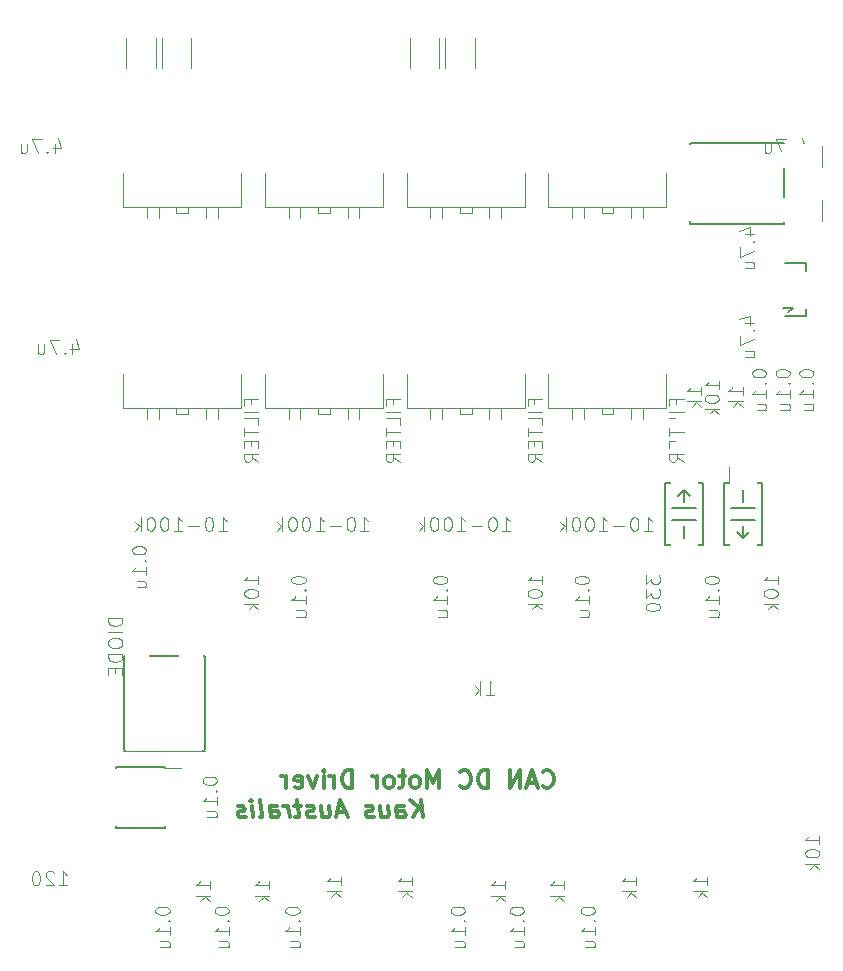
<source format=gbr>
G04 #@! TF.FileFunction,Legend,Bot*
%FSLAX46Y46*%
G04 Gerber Fmt 4.6, Leading zero omitted, Abs format (unit mm)*
G04 Created by KiCad (PCBNEW 4.0.6) date 05/01/17 21:21:32*
%MOMM*%
%LPD*%
G01*
G04 APERTURE LIST*
%ADD10C,0.100000*%
%ADD11C,0.300000*%
%ADD12C,0.150000*%
%ADD13C,0.200000*%
%ADD14C,0.101600*%
%ADD15C,1.700000*%
%ADD16R,1.700000X1.700000*%
%ADD17O,1.900000X2.900000*%
%ADD18C,3.400000*%
%ADD19O,2.900000X1.900000*%
%ADD20C,2.100000*%
%ADD21R,2.100000X2.100000*%
%ADD22R,1.950000X1.000000*%
%ADD23R,1.400000X1.200000*%
%ADD24R,3.448000X2.051000*%
%ADD25R,6.496000X6.496000*%
%ADD26R,2.432000X2.432000*%
%ADD27O,2.432000X2.432000*%
%ADD28R,2.000000X2.200000*%
%ADD29R,1.200000X1.400000*%
%ADD30O,1.400000X1.924000*%
%ADD31C,1.924000*%
%ADD32R,3.400000X6.900000*%
%ADD33R,6.851600X3.400000*%
%ADD34R,2.051000X3.448000*%
%ADD35R,1.901140X1.400760*%
%ADD36R,3.399740X2.398980*%
%ADD37R,3.400000X2.400000*%
%ADD38R,2.900000X6.900000*%
%ADD39R,2.400000X5.900000*%
%ADD40R,5.900000X2.400000*%
%ADD41R,2.200000X3.700000*%
%ADD42R,3.400000X3.900000*%
%ADD43R,10.400000X8.400000*%
%ADD44R,1.050000X2.100000*%
%ADD45C,0.026000*%
%ADD46C,0.254000*%
G04 APERTURE END LIST*
D10*
D11*
X38370535Y-68678571D02*
X38183035Y-67178571D01*
X37513392Y-68678571D02*
X38049107Y-67821429D01*
X37325892Y-67178571D02*
X38290178Y-68035714D01*
X36227678Y-68678571D02*
X36129464Y-67892857D01*
X36183036Y-67750000D01*
X36316964Y-67678571D01*
X36602678Y-67678571D01*
X36754464Y-67750000D01*
X36218750Y-68607143D02*
X36370535Y-68678571D01*
X36727678Y-68678571D01*
X36861607Y-68607143D01*
X36915179Y-68464286D01*
X36897322Y-68321429D01*
X36808035Y-68178571D01*
X36656250Y-68107143D01*
X36299107Y-68107143D01*
X36147321Y-68035714D01*
X34745535Y-67678571D02*
X34870535Y-68678571D01*
X35388392Y-67678571D02*
X35486607Y-68464286D01*
X35433036Y-68607143D01*
X35299106Y-68678571D01*
X35084821Y-68678571D01*
X34933036Y-68607143D01*
X34852678Y-68535714D01*
X34218750Y-68607143D02*
X34084821Y-68678571D01*
X33799106Y-68678571D01*
X33647321Y-68607143D01*
X33558036Y-68464286D01*
X33549107Y-68392857D01*
X33602678Y-68250000D01*
X33736606Y-68178571D01*
X33950892Y-68178571D01*
X34084821Y-68107143D01*
X34138393Y-67964286D01*
X34129464Y-67892857D01*
X34040178Y-67750000D01*
X33888392Y-67678571D01*
X33674106Y-67678571D01*
X33540178Y-67750000D01*
X31816964Y-68250000D02*
X31102678Y-68250000D01*
X32013392Y-68678571D02*
X31325892Y-67178571D01*
X31013392Y-68678571D01*
X29745535Y-67678571D02*
X29870535Y-68678571D01*
X30388392Y-67678571D02*
X30486607Y-68464286D01*
X30433036Y-68607143D01*
X30299106Y-68678571D01*
X30084821Y-68678571D01*
X29933036Y-68607143D01*
X29852678Y-68535714D01*
X29218750Y-68607143D02*
X29084821Y-68678571D01*
X28799106Y-68678571D01*
X28647321Y-68607143D01*
X28558036Y-68464286D01*
X28549107Y-68392857D01*
X28602678Y-68250000D01*
X28736606Y-68178571D01*
X28950892Y-68178571D01*
X29084821Y-68107143D01*
X29138393Y-67964286D01*
X29129464Y-67892857D01*
X29040178Y-67750000D01*
X28888392Y-67678571D01*
X28674106Y-67678571D01*
X28540178Y-67750000D01*
X28031249Y-67678571D02*
X27459820Y-67678571D01*
X27754463Y-67178571D02*
X27915178Y-68464286D01*
X27861607Y-68607143D01*
X27727677Y-68678571D01*
X27584820Y-68678571D01*
X27084820Y-68678571D02*
X26959820Y-67678571D01*
X26995535Y-67964286D02*
X26906250Y-67821429D01*
X26825892Y-67750000D01*
X26674106Y-67678571D01*
X26531249Y-67678571D01*
X25513392Y-68678571D02*
X25415178Y-67892857D01*
X25468750Y-67750000D01*
X25602678Y-67678571D01*
X25888392Y-67678571D01*
X26040178Y-67750000D01*
X25504464Y-68607143D02*
X25656249Y-68678571D01*
X26013392Y-68678571D01*
X26147321Y-68607143D01*
X26200893Y-68464286D01*
X26183036Y-68321429D01*
X26093749Y-68178571D01*
X25941964Y-68107143D01*
X25584821Y-68107143D01*
X25433035Y-68035714D01*
X24584820Y-68678571D02*
X24718750Y-68607143D01*
X24772321Y-68464286D01*
X24611606Y-67178571D01*
X24013392Y-68678571D02*
X23888392Y-67678571D01*
X23825892Y-67178571D02*
X23906250Y-67250000D01*
X23843750Y-67321429D01*
X23763393Y-67250000D01*
X23825892Y-67178571D01*
X23843750Y-67321429D01*
X23361607Y-68607143D02*
X23227678Y-68678571D01*
X22941963Y-68678571D01*
X22790178Y-68607143D01*
X22700893Y-68464286D01*
X22691964Y-68392857D01*
X22745535Y-68250000D01*
X22879463Y-68178571D01*
X23093749Y-68178571D01*
X23227678Y-68107143D01*
X23281250Y-67964286D01*
X23272321Y-67892857D01*
X23183035Y-67750000D01*
X23031249Y-67678571D01*
X22816963Y-67678571D01*
X22683035Y-67750000D01*
X48535713Y-66035714D02*
X48607142Y-66107143D01*
X48821428Y-66178571D01*
X48964285Y-66178571D01*
X49178570Y-66107143D01*
X49321428Y-65964286D01*
X49392856Y-65821429D01*
X49464285Y-65535714D01*
X49464285Y-65321429D01*
X49392856Y-65035714D01*
X49321428Y-64892857D01*
X49178570Y-64750000D01*
X48964285Y-64678571D01*
X48821428Y-64678571D01*
X48607142Y-64750000D01*
X48535713Y-64821429D01*
X47964285Y-65750000D02*
X47249999Y-65750000D01*
X48107142Y-66178571D02*
X47607142Y-64678571D01*
X47107142Y-66178571D01*
X46607142Y-66178571D02*
X46607142Y-64678571D01*
X45749999Y-66178571D01*
X45749999Y-64678571D01*
X43892856Y-66178571D02*
X43892856Y-64678571D01*
X43535713Y-64678571D01*
X43321428Y-64750000D01*
X43178570Y-64892857D01*
X43107142Y-65035714D01*
X43035713Y-65321429D01*
X43035713Y-65535714D01*
X43107142Y-65821429D01*
X43178570Y-65964286D01*
X43321428Y-66107143D01*
X43535713Y-66178571D01*
X43892856Y-66178571D01*
X41535713Y-66035714D02*
X41607142Y-66107143D01*
X41821428Y-66178571D01*
X41964285Y-66178571D01*
X42178570Y-66107143D01*
X42321428Y-65964286D01*
X42392856Y-65821429D01*
X42464285Y-65535714D01*
X42464285Y-65321429D01*
X42392856Y-65035714D01*
X42321428Y-64892857D01*
X42178570Y-64750000D01*
X41964285Y-64678571D01*
X41821428Y-64678571D01*
X41607142Y-64750000D01*
X41535713Y-64821429D01*
X39749999Y-66178571D02*
X39749999Y-64678571D01*
X39249999Y-65750000D01*
X38749999Y-64678571D01*
X38749999Y-66178571D01*
X37821427Y-66178571D02*
X37964285Y-66107143D01*
X38035713Y-66035714D01*
X38107142Y-65892857D01*
X38107142Y-65464286D01*
X38035713Y-65321429D01*
X37964285Y-65250000D01*
X37821427Y-65178571D01*
X37607142Y-65178571D01*
X37464285Y-65250000D01*
X37392856Y-65321429D01*
X37321427Y-65464286D01*
X37321427Y-65892857D01*
X37392856Y-66035714D01*
X37464285Y-66107143D01*
X37607142Y-66178571D01*
X37821427Y-66178571D01*
X36892856Y-65178571D02*
X36321427Y-65178571D01*
X36678570Y-64678571D02*
X36678570Y-65964286D01*
X36607142Y-66107143D01*
X36464284Y-66178571D01*
X36321427Y-66178571D01*
X35607141Y-66178571D02*
X35749999Y-66107143D01*
X35821427Y-66035714D01*
X35892856Y-65892857D01*
X35892856Y-65464286D01*
X35821427Y-65321429D01*
X35749999Y-65250000D01*
X35607141Y-65178571D01*
X35392856Y-65178571D01*
X35249999Y-65250000D01*
X35178570Y-65321429D01*
X35107141Y-65464286D01*
X35107141Y-65892857D01*
X35178570Y-66035714D01*
X35249999Y-66107143D01*
X35392856Y-66178571D01*
X35607141Y-66178571D01*
X34464284Y-66178571D02*
X34464284Y-65178571D01*
X34464284Y-65464286D02*
X34392856Y-65321429D01*
X34321427Y-65250000D01*
X34178570Y-65178571D01*
X34035713Y-65178571D01*
X32392856Y-66178571D02*
X32392856Y-64678571D01*
X32035713Y-64678571D01*
X31821428Y-64750000D01*
X31678570Y-64892857D01*
X31607142Y-65035714D01*
X31535713Y-65321429D01*
X31535713Y-65535714D01*
X31607142Y-65821429D01*
X31678570Y-65964286D01*
X31821428Y-66107143D01*
X32035713Y-66178571D01*
X32392856Y-66178571D01*
X30892856Y-66178571D02*
X30892856Y-65178571D01*
X30892856Y-65464286D02*
X30821428Y-65321429D01*
X30749999Y-65250000D01*
X30607142Y-65178571D01*
X30464285Y-65178571D01*
X29964285Y-66178571D02*
X29964285Y-65178571D01*
X29964285Y-64678571D02*
X30035714Y-64750000D01*
X29964285Y-64821429D01*
X29892857Y-64750000D01*
X29964285Y-64678571D01*
X29964285Y-64821429D01*
X29392856Y-65178571D02*
X29035713Y-66178571D01*
X28678571Y-65178571D01*
X27535714Y-66107143D02*
X27678571Y-66178571D01*
X27964285Y-66178571D01*
X28107142Y-66107143D01*
X28178571Y-65964286D01*
X28178571Y-65392857D01*
X28107142Y-65250000D01*
X27964285Y-65178571D01*
X27678571Y-65178571D01*
X27535714Y-65250000D01*
X27464285Y-65392857D01*
X27464285Y-65535714D01*
X28178571Y-65678571D01*
X26821428Y-66178571D02*
X26821428Y-65178571D01*
X26821428Y-65464286D02*
X26750000Y-65321429D01*
X26678571Y-65250000D01*
X26535714Y-65178571D01*
X26392857Y-65178571D01*
D12*
X16575000Y-64425000D02*
X16575000Y-64570000D01*
X12425000Y-64425000D02*
X12425000Y-64570000D01*
X12425000Y-69575000D02*
X12425000Y-69430000D01*
X16575000Y-69575000D02*
X16575000Y-69430000D01*
X16575000Y-64425000D02*
X12425000Y-64425000D01*
X16575000Y-69575000D02*
X12425000Y-69575000D01*
X16575000Y-64570000D02*
X17975000Y-64570000D01*
X68976000Y-16397000D02*
X72151000Y-16397000D01*
X72151000Y-16397000D02*
X72151000Y-18175000D01*
X72151000Y-18175000D02*
X68976000Y-18175000D01*
X68976000Y-11825000D02*
X72151000Y-11825000D01*
X72151000Y-11825000D02*
X72151000Y-13603000D01*
X72151000Y-13603000D02*
X68976000Y-13603000D01*
X62880000Y-18429000D02*
X68976000Y-18429000D01*
X68976000Y-18429000D02*
X68976000Y-11571000D01*
X68976000Y-11571000D02*
X61102000Y-11571000D01*
X60975000Y-11571000D02*
X60975000Y-18429000D01*
X61102000Y-18429000D02*
X62880000Y-18429000D01*
X17897000Y-55024000D02*
X17897000Y-51849000D01*
X17897000Y-51849000D02*
X19675000Y-51849000D01*
X19675000Y-51849000D02*
X19675000Y-55024000D01*
X13325000Y-55024000D02*
X13325000Y-51849000D01*
X13325000Y-51849000D02*
X15103000Y-51849000D01*
X15103000Y-51849000D02*
X15103000Y-55024000D01*
X19929000Y-61120000D02*
X19929000Y-55024000D01*
X19929000Y-55024000D02*
X13071000Y-55024000D01*
X13071000Y-55024000D02*
X13071000Y-62898000D01*
X13071000Y-63025000D02*
X19929000Y-63025000D01*
X19929000Y-62898000D02*
X19929000Y-61120000D01*
X69299340Y-25899920D02*
X69599060Y-25651000D01*
X69599060Y-25651000D02*
X69748920Y-25549400D01*
X69748920Y-25549400D02*
X68900560Y-25549400D01*
X70800480Y-26250440D02*
X68999620Y-26250440D01*
X70800480Y-26250440D02*
X70800480Y-25600200D01*
X70800480Y-21749560D02*
X68999620Y-21749560D01*
X70800480Y-21749560D02*
X70800480Y-22399800D01*
D10*
X39750000Y-6500000D02*
X37250000Y-6500000D01*
X37250000Y-6500000D02*
X37250000Y-1500000D01*
X37250000Y-1500000D02*
X39750000Y-1500000D01*
X39750000Y-1500000D02*
X39750000Y-6500000D01*
X15750000Y-6500000D02*
X13250000Y-6500000D01*
X13250000Y-6500000D02*
X13250000Y-1500000D01*
X13250000Y-1500000D02*
X15750000Y-1500000D01*
X15750000Y-1500000D02*
X15750000Y-6500000D01*
X42750000Y-6500000D02*
X40250000Y-6500000D01*
X40250000Y-6500000D02*
X40250000Y-1500000D01*
X40250000Y-1500000D02*
X42750000Y-1500000D01*
X42750000Y-1500000D02*
X42750000Y-6500000D01*
X18750000Y-6500000D02*
X16250000Y-6500000D01*
X16250000Y-6500000D02*
X16250000Y-1500000D01*
X16250000Y-1500000D02*
X18750000Y-1500000D01*
X18750000Y-1500000D02*
X18750000Y-6500000D01*
X18500000Y-17000000D02*
X18500000Y-17500000D01*
X18500000Y-17500000D02*
X17500000Y-17500000D01*
X17500000Y-17500000D02*
X17500000Y-17000000D01*
X16000000Y-17000000D02*
X16000000Y-21500000D01*
X16000000Y-21500000D02*
X15000000Y-21500000D01*
X15000000Y-21500000D02*
X15000000Y-17000000D01*
X21000000Y-17000000D02*
X21000000Y-21500000D01*
X21000000Y-21500000D02*
X20000000Y-21500000D01*
X20000000Y-21500000D02*
X20000000Y-17000000D01*
X13500000Y-6500000D02*
X22500000Y-6500000D01*
X22500000Y-6500000D02*
X23000000Y-7000000D01*
X13000000Y-7000000D02*
X13500000Y-6500000D01*
X13000000Y-8000000D02*
X13000000Y-7000000D01*
X23000000Y-8000000D02*
X23000000Y-7000000D01*
X23000000Y-8000000D02*
X23000000Y-17000000D01*
X13000000Y-8000000D02*
X23000000Y-8000000D01*
X13000000Y-17000000D02*
X13000000Y-8000000D01*
X13000000Y-17000000D02*
X23000000Y-17000000D01*
X30500000Y-17000000D02*
X30500000Y-17500000D01*
X30500000Y-17500000D02*
X29500000Y-17500000D01*
X29500000Y-17500000D02*
X29500000Y-17000000D01*
X28000000Y-17000000D02*
X28000000Y-21500000D01*
X28000000Y-21500000D02*
X27000000Y-21500000D01*
X27000000Y-21500000D02*
X27000000Y-17000000D01*
X33000000Y-17000000D02*
X33000000Y-21500000D01*
X33000000Y-21500000D02*
X32000000Y-21500000D01*
X32000000Y-21500000D02*
X32000000Y-17000000D01*
X25500000Y-6500000D02*
X34500000Y-6500000D01*
X34500000Y-6500000D02*
X35000000Y-7000000D01*
X25000000Y-7000000D02*
X25500000Y-6500000D01*
X25000000Y-8000000D02*
X25000000Y-7000000D01*
X35000000Y-8000000D02*
X35000000Y-7000000D01*
X35000000Y-8000000D02*
X35000000Y-17000000D01*
X25000000Y-8000000D02*
X35000000Y-8000000D01*
X25000000Y-17000000D02*
X25000000Y-8000000D01*
X25000000Y-17000000D02*
X35000000Y-17000000D01*
X42500000Y-17000000D02*
X42500000Y-17500000D01*
X42500000Y-17500000D02*
X41500000Y-17500000D01*
X41500000Y-17500000D02*
X41500000Y-17000000D01*
X40000000Y-17000000D02*
X40000000Y-21500000D01*
X40000000Y-21500000D02*
X39000000Y-21500000D01*
X39000000Y-21500000D02*
X39000000Y-17000000D01*
X45000000Y-17000000D02*
X45000000Y-21500000D01*
X45000000Y-21500000D02*
X44000000Y-21500000D01*
X44000000Y-21500000D02*
X44000000Y-17000000D01*
X37500000Y-6500000D02*
X46500000Y-6500000D01*
X46500000Y-6500000D02*
X47000000Y-7000000D01*
X37000000Y-7000000D02*
X37500000Y-6500000D01*
X37000000Y-8000000D02*
X37000000Y-7000000D01*
X47000000Y-8000000D02*
X47000000Y-7000000D01*
X47000000Y-8000000D02*
X47000000Y-17000000D01*
X37000000Y-8000000D02*
X47000000Y-8000000D01*
X37000000Y-17000000D02*
X37000000Y-8000000D01*
X37000000Y-17000000D02*
X47000000Y-17000000D01*
X54500000Y-17000000D02*
X54500000Y-17500000D01*
X54500000Y-17500000D02*
X53500000Y-17500000D01*
X53500000Y-17500000D02*
X53500000Y-17000000D01*
X52000000Y-17000000D02*
X52000000Y-21500000D01*
X52000000Y-21500000D02*
X51000000Y-21500000D01*
X51000000Y-21500000D02*
X51000000Y-17000000D01*
X57000000Y-17000000D02*
X57000000Y-21500000D01*
X57000000Y-21500000D02*
X56000000Y-21500000D01*
X56000000Y-21500000D02*
X56000000Y-17000000D01*
X49500000Y-6500000D02*
X58500000Y-6500000D01*
X58500000Y-6500000D02*
X59000000Y-7000000D01*
X49000000Y-7000000D02*
X49500000Y-6500000D01*
X49000000Y-8000000D02*
X49000000Y-7000000D01*
X59000000Y-8000000D02*
X59000000Y-7000000D01*
X59000000Y-8000000D02*
X59000000Y-17000000D01*
X49000000Y-8000000D02*
X59000000Y-8000000D01*
X49000000Y-17000000D02*
X49000000Y-8000000D01*
X49000000Y-17000000D02*
X59000000Y-17000000D01*
X18500000Y-34000000D02*
X18500000Y-34500000D01*
X18500000Y-34500000D02*
X17500000Y-34500000D01*
X17500000Y-34500000D02*
X17500000Y-34000000D01*
X16000000Y-34000000D02*
X16000000Y-38500000D01*
X16000000Y-38500000D02*
X15000000Y-38500000D01*
X15000000Y-38500000D02*
X15000000Y-34000000D01*
X21000000Y-34000000D02*
X21000000Y-38500000D01*
X21000000Y-38500000D02*
X20000000Y-38500000D01*
X20000000Y-38500000D02*
X20000000Y-34000000D01*
X13500000Y-23500000D02*
X22500000Y-23500000D01*
X22500000Y-23500000D02*
X23000000Y-24000000D01*
X13000000Y-24000000D02*
X13500000Y-23500000D01*
X13000000Y-25000000D02*
X13000000Y-24000000D01*
X23000000Y-25000000D02*
X23000000Y-24000000D01*
X23000000Y-25000000D02*
X23000000Y-34000000D01*
X13000000Y-25000000D02*
X23000000Y-25000000D01*
X13000000Y-34000000D02*
X13000000Y-25000000D01*
X13000000Y-34000000D02*
X23000000Y-34000000D01*
X30500000Y-34000000D02*
X30500000Y-34500000D01*
X30500000Y-34500000D02*
X29500000Y-34500000D01*
X29500000Y-34500000D02*
X29500000Y-34000000D01*
X28000000Y-34000000D02*
X28000000Y-38500000D01*
X28000000Y-38500000D02*
X27000000Y-38500000D01*
X27000000Y-38500000D02*
X27000000Y-34000000D01*
X33000000Y-34000000D02*
X33000000Y-38500000D01*
X33000000Y-38500000D02*
X32000000Y-38500000D01*
X32000000Y-38500000D02*
X32000000Y-34000000D01*
X25500000Y-23500000D02*
X34500000Y-23500000D01*
X34500000Y-23500000D02*
X35000000Y-24000000D01*
X25000000Y-24000000D02*
X25500000Y-23500000D01*
X25000000Y-25000000D02*
X25000000Y-24000000D01*
X35000000Y-25000000D02*
X35000000Y-24000000D01*
X35000000Y-25000000D02*
X35000000Y-34000000D01*
X25000000Y-25000000D02*
X35000000Y-25000000D01*
X25000000Y-34000000D02*
X25000000Y-25000000D01*
X25000000Y-34000000D02*
X35000000Y-34000000D01*
X42500000Y-34000000D02*
X42500000Y-34500000D01*
X42500000Y-34500000D02*
X41500000Y-34500000D01*
X41500000Y-34500000D02*
X41500000Y-34000000D01*
X40000000Y-34000000D02*
X40000000Y-38500000D01*
X40000000Y-38500000D02*
X39000000Y-38500000D01*
X39000000Y-38500000D02*
X39000000Y-34000000D01*
X45000000Y-34000000D02*
X45000000Y-38500000D01*
X45000000Y-38500000D02*
X44000000Y-38500000D01*
X44000000Y-38500000D02*
X44000000Y-34000000D01*
X37500000Y-23500000D02*
X46500000Y-23500000D01*
X46500000Y-23500000D02*
X47000000Y-24000000D01*
X37000000Y-24000000D02*
X37500000Y-23500000D01*
X37000000Y-25000000D02*
X37000000Y-24000000D01*
X47000000Y-25000000D02*
X47000000Y-24000000D01*
X47000000Y-25000000D02*
X47000000Y-34000000D01*
X37000000Y-25000000D02*
X47000000Y-25000000D01*
X37000000Y-34000000D02*
X37000000Y-25000000D01*
X37000000Y-34000000D02*
X47000000Y-34000000D01*
X54500000Y-34000000D02*
X54500000Y-34500000D01*
X54500000Y-34500000D02*
X53500000Y-34500000D01*
X53500000Y-34500000D02*
X53500000Y-34000000D01*
X52000000Y-34000000D02*
X52000000Y-38500000D01*
X52000000Y-38500000D02*
X51000000Y-38500000D01*
X51000000Y-38500000D02*
X51000000Y-34000000D01*
X57000000Y-34000000D02*
X57000000Y-38500000D01*
X57000000Y-38500000D02*
X56000000Y-38500000D01*
X56000000Y-38500000D02*
X56000000Y-34000000D01*
X49500000Y-23500000D02*
X58500000Y-23500000D01*
X58500000Y-23500000D02*
X59000000Y-24000000D01*
X49000000Y-24000000D02*
X49500000Y-23500000D01*
X49000000Y-25000000D02*
X49000000Y-24000000D01*
X59000000Y-25000000D02*
X59000000Y-24000000D01*
X59000000Y-25000000D02*
X59000000Y-34000000D01*
X49000000Y-25000000D02*
X59000000Y-25000000D01*
X49000000Y-34000000D02*
X49000000Y-25000000D01*
X49000000Y-34000000D02*
X59000000Y-34000000D01*
D13*
X65500000Y-42000000D02*
X65500000Y-41000000D01*
X65500000Y-45000000D02*
X66000000Y-44500000D01*
X65500000Y-45000000D02*
X65000000Y-44500000D01*
X65500000Y-44000000D02*
X65500000Y-45000000D01*
X64500000Y-43500000D02*
X66500000Y-43500000D01*
X64500000Y-42500000D02*
X66500000Y-42500000D01*
X64400000Y-40400000D02*
X64400000Y-39000000D01*
X66600000Y-40400000D02*
X67100000Y-40400000D01*
X67100000Y-40400000D02*
X67100000Y-45600000D01*
X67100000Y-45600000D02*
X66600000Y-45600000D01*
X64400000Y-40400000D02*
X63900000Y-40400000D01*
X63900000Y-40400000D02*
X63900000Y-45600000D01*
X63900000Y-45600000D02*
X64400000Y-45600000D01*
X60500000Y-44000000D02*
X60500000Y-45000000D01*
X60500000Y-41000000D02*
X60000000Y-41500000D01*
X60500000Y-41000000D02*
X61000000Y-41500000D01*
X60500000Y-42000000D02*
X60500000Y-41000000D01*
X61500000Y-42500000D02*
X59500000Y-42500000D01*
X61500000Y-43500000D02*
X59500000Y-43500000D01*
X61600000Y-45600000D02*
X61600000Y-47000000D01*
X59400000Y-45600000D02*
X58900000Y-45600000D01*
X58900000Y-45600000D02*
X58900000Y-40400000D01*
X58900000Y-40400000D02*
X59400000Y-40400000D01*
X61600000Y-45600000D02*
X62100000Y-45600000D01*
X62100000Y-45600000D02*
X62100000Y-40400000D01*
X62100000Y-40400000D02*
X61600000Y-40400000D01*
D14*
X21080762Y-44442548D02*
X21770190Y-44442548D01*
X21425476Y-44442548D02*
X21425476Y-43236048D01*
X21540381Y-43408405D01*
X21655286Y-43523310D01*
X21770190Y-43580762D01*
X20333881Y-43236048D02*
X20218976Y-43236048D01*
X20104071Y-43293500D01*
X20046619Y-43350952D01*
X19989166Y-43465857D01*
X19931714Y-43695667D01*
X19931714Y-43982929D01*
X19989166Y-44212738D01*
X20046619Y-44327643D01*
X20104071Y-44385095D01*
X20218976Y-44442548D01*
X20333881Y-44442548D01*
X20448785Y-44385095D01*
X20506238Y-44327643D01*
X20563690Y-44212738D01*
X20621142Y-43982929D01*
X20621142Y-43695667D01*
X20563690Y-43465857D01*
X20506238Y-43350952D01*
X20448785Y-43293500D01*
X20333881Y-43236048D01*
X19414642Y-43982929D02*
X18495404Y-43982929D01*
X17288904Y-44442548D02*
X17978332Y-44442548D01*
X17633618Y-44442548D02*
X17633618Y-43236048D01*
X17748523Y-43408405D01*
X17863428Y-43523310D01*
X17978332Y-43580762D01*
X16542023Y-43236048D02*
X16427118Y-43236048D01*
X16312213Y-43293500D01*
X16254761Y-43350952D01*
X16197308Y-43465857D01*
X16139856Y-43695667D01*
X16139856Y-43982929D01*
X16197308Y-44212738D01*
X16254761Y-44327643D01*
X16312213Y-44385095D01*
X16427118Y-44442548D01*
X16542023Y-44442548D01*
X16656927Y-44385095D01*
X16714380Y-44327643D01*
X16771832Y-44212738D01*
X16829284Y-43982929D01*
X16829284Y-43695667D01*
X16771832Y-43465857D01*
X16714380Y-43350952D01*
X16656927Y-43293500D01*
X16542023Y-43236048D01*
X15392975Y-43236048D02*
X15278070Y-43236048D01*
X15163165Y-43293500D01*
X15105713Y-43350952D01*
X15048260Y-43465857D01*
X14990808Y-43695667D01*
X14990808Y-43982929D01*
X15048260Y-44212738D01*
X15105713Y-44327643D01*
X15163165Y-44385095D01*
X15278070Y-44442548D01*
X15392975Y-44442548D01*
X15507879Y-44385095D01*
X15565332Y-44327643D01*
X15622784Y-44212738D01*
X15680236Y-43982929D01*
X15680236Y-43695667D01*
X15622784Y-43465857D01*
X15565332Y-43350952D01*
X15507879Y-43293500D01*
X15392975Y-43236048D01*
X14473736Y-44442548D02*
X14473736Y-43236048D01*
X14358831Y-43982929D02*
X14014117Y-44442548D01*
X14014117Y-43638214D02*
X14473736Y-44097833D01*
X70195667Y-11638214D02*
X70195667Y-12442548D01*
X70482929Y-11178595D02*
X70770190Y-12040381D01*
X70023310Y-12040381D01*
X69563690Y-12327643D02*
X69506238Y-12385095D01*
X69563690Y-12442548D01*
X69621142Y-12385095D01*
X69563690Y-12327643D01*
X69563690Y-12442548D01*
X69104071Y-11236048D02*
X68299738Y-11236048D01*
X68816809Y-12442548D01*
X67323047Y-11638214D02*
X67323047Y-12442548D01*
X67840118Y-11638214D02*
X67840118Y-12270190D01*
X67782666Y-12385095D01*
X67667761Y-12442548D01*
X67495404Y-12442548D01*
X67380499Y-12385095D01*
X67323047Y-12327643D01*
X65638214Y-19304333D02*
X66442548Y-19304333D01*
X65178595Y-19017071D02*
X66040381Y-18729810D01*
X66040381Y-19476690D01*
X66327643Y-19936310D02*
X66385095Y-19993762D01*
X66442548Y-19936310D01*
X66385095Y-19878858D01*
X66327643Y-19936310D01*
X66442548Y-19936310D01*
X65236048Y-20395929D02*
X65236048Y-21200262D01*
X66442548Y-20683191D01*
X65638214Y-22176953D02*
X66442548Y-22176953D01*
X65638214Y-21659882D02*
X66270190Y-21659882D01*
X66385095Y-21717334D01*
X66442548Y-21832239D01*
X66442548Y-22004596D01*
X66385095Y-22119501D01*
X66327643Y-22176953D01*
X27236048Y-48517071D02*
X27236048Y-48631976D01*
X27293500Y-48746881D01*
X27350952Y-48804333D01*
X27465857Y-48861786D01*
X27695667Y-48919238D01*
X27982929Y-48919238D01*
X28212738Y-48861786D01*
X28327643Y-48804333D01*
X28385095Y-48746881D01*
X28442548Y-48631976D01*
X28442548Y-48517071D01*
X28385095Y-48402167D01*
X28327643Y-48344714D01*
X28212738Y-48287262D01*
X27982929Y-48229810D01*
X27695667Y-48229810D01*
X27465857Y-48287262D01*
X27350952Y-48344714D01*
X27293500Y-48402167D01*
X27236048Y-48517071D01*
X28327643Y-49436310D02*
X28385095Y-49493762D01*
X28442548Y-49436310D01*
X28385095Y-49378858D01*
X28327643Y-49436310D01*
X28442548Y-49436310D01*
X28442548Y-50642810D02*
X28442548Y-49953382D01*
X28442548Y-50298096D02*
X27236048Y-50298096D01*
X27408405Y-50183191D01*
X27523310Y-50068286D01*
X27580762Y-49953382D01*
X27638214Y-51676953D02*
X28442548Y-51676953D01*
X27638214Y-51159882D02*
X28270190Y-51159882D01*
X28385095Y-51217334D01*
X28442548Y-51332239D01*
X28442548Y-51504596D01*
X28385095Y-51619501D01*
X28327643Y-51676953D01*
X51236048Y-48517071D02*
X51236048Y-48631976D01*
X51293500Y-48746881D01*
X51350952Y-48804333D01*
X51465857Y-48861786D01*
X51695667Y-48919238D01*
X51982929Y-48919238D01*
X52212738Y-48861786D01*
X52327643Y-48804333D01*
X52385095Y-48746881D01*
X52442548Y-48631976D01*
X52442548Y-48517071D01*
X52385095Y-48402167D01*
X52327643Y-48344714D01*
X52212738Y-48287262D01*
X51982929Y-48229810D01*
X51695667Y-48229810D01*
X51465857Y-48287262D01*
X51350952Y-48344714D01*
X51293500Y-48402167D01*
X51236048Y-48517071D01*
X52327643Y-49436310D02*
X52385095Y-49493762D01*
X52442548Y-49436310D01*
X52385095Y-49378858D01*
X52327643Y-49436310D01*
X52442548Y-49436310D01*
X52442548Y-50642810D02*
X52442548Y-49953382D01*
X52442548Y-50298096D02*
X51236048Y-50298096D01*
X51408405Y-50183191D01*
X51523310Y-50068286D01*
X51580762Y-49953382D01*
X51638214Y-51676953D02*
X52442548Y-51676953D01*
X51638214Y-51159882D02*
X52270190Y-51159882D01*
X52385095Y-51217334D01*
X52442548Y-51332239D01*
X52442548Y-51504596D01*
X52385095Y-51619501D01*
X52327643Y-51676953D01*
X39236048Y-48517071D02*
X39236048Y-48631976D01*
X39293500Y-48746881D01*
X39350952Y-48804333D01*
X39465857Y-48861786D01*
X39695667Y-48919238D01*
X39982929Y-48919238D01*
X40212738Y-48861786D01*
X40327643Y-48804333D01*
X40385095Y-48746881D01*
X40442548Y-48631976D01*
X40442548Y-48517071D01*
X40385095Y-48402167D01*
X40327643Y-48344714D01*
X40212738Y-48287262D01*
X39982929Y-48229810D01*
X39695667Y-48229810D01*
X39465857Y-48287262D01*
X39350952Y-48344714D01*
X39293500Y-48402167D01*
X39236048Y-48517071D01*
X40327643Y-49436310D02*
X40385095Y-49493762D01*
X40442548Y-49436310D01*
X40385095Y-49378858D01*
X40327643Y-49436310D01*
X40442548Y-49436310D01*
X40442548Y-50642810D02*
X40442548Y-49953382D01*
X40442548Y-50298096D02*
X39236048Y-50298096D01*
X39408405Y-50183191D01*
X39523310Y-50068286D01*
X39580762Y-49953382D01*
X39638214Y-51676953D02*
X40442548Y-51676953D01*
X39638214Y-51159882D02*
X40270190Y-51159882D01*
X40385095Y-51217334D01*
X40442548Y-51332239D01*
X40442548Y-51504596D01*
X40385095Y-51619501D01*
X40327643Y-51676953D01*
X71942548Y-70919238D02*
X71942548Y-70229810D01*
X71942548Y-70574524D02*
X70736048Y-70574524D01*
X70908405Y-70459619D01*
X71023310Y-70344714D01*
X71080762Y-70229810D01*
X70736048Y-71666119D02*
X70736048Y-71781024D01*
X70793500Y-71895929D01*
X70850952Y-71953381D01*
X70965857Y-72010834D01*
X71195667Y-72068286D01*
X71482929Y-72068286D01*
X71712738Y-72010834D01*
X71827643Y-71953381D01*
X71885095Y-71895929D01*
X71942548Y-71781024D01*
X71942548Y-71666119D01*
X71885095Y-71551215D01*
X71827643Y-71493762D01*
X71712738Y-71436310D01*
X71482929Y-71378858D01*
X71195667Y-71378858D01*
X70965857Y-71436310D01*
X70850952Y-71493762D01*
X70793500Y-71551215D01*
X70736048Y-71666119D01*
X71942548Y-72585358D02*
X70736048Y-72585358D01*
X71482929Y-72700263D02*
X71942548Y-73044977D01*
X71138214Y-73044977D02*
X71597833Y-72585358D01*
X43730762Y-58342548D02*
X44420190Y-58342548D01*
X44075476Y-58342548D02*
X44075476Y-57136048D01*
X44190381Y-57308405D01*
X44305286Y-57423310D01*
X44420190Y-57480762D01*
X43213690Y-58342548D02*
X43213690Y-57136048D01*
X43098785Y-57882929D02*
X42754071Y-58342548D01*
X42754071Y-57538214D02*
X43213690Y-57997833D01*
X33080762Y-44442548D02*
X33770190Y-44442548D01*
X33425476Y-44442548D02*
X33425476Y-43236048D01*
X33540381Y-43408405D01*
X33655286Y-43523310D01*
X33770190Y-43580762D01*
X32333881Y-43236048D02*
X32218976Y-43236048D01*
X32104071Y-43293500D01*
X32046619Y-43350952D01*
X31989166Y-43465857D01*
X31931714Y-43695667D01*
X31931714Y-43982929D01*
X31989166Y-44212738D01*
X32046619Y-44327643D01*
X32104071Y-44385095D01*
X32218976Y-44442548D01*
X32333881Y-44442548D01*
X32448785Y-44385095D01*
X32506238Y-44327643D01*
X32563690Y-44212738D01*
X32621142Y-43982929D01*
X32621142Y-43695667D01*
X32563690Y-43465857D01*
X32506238Y-43350952D01*
X32448785Y-43293500D01*
X32333881Y-43236048D01*
X31414642Y-43982929D02*
X30495404Y-43982929D01*
X29288904Y-44442548D02*
X29978332Y-44442548D01*
X29633618Y-44442548D02*
X29633618Y-43236048D01*
X29748523Y-43408405D01*
X29863428Y-43523310D01*
X29978332Y-43580762D01*
X28542023Y-43236048D02*
X28427118Y-43236048D01*
X28312213Y-43293500D01*
X28254761Y-43350952D01*
X28197308Y-43465857D01*
X28139856Y-43695667D01*
X28139856Y-43982929D01*
X28197308Y-44212738D01*
X28254761Y-44327643D01*
X28312213Y-44385095D01*
X28427118Y-44442548D01*
X28542023Y-44442548D01*
X28656927Y-44385095D01*
X28714380Y-44327643D01*
X28771832Y-44212738D01*
X28829284Y-43982929D01*
X28829284Y-43695667D01*
X28771832Y-43465857D01*
X28714380Y-43350952D01*
X28656927Y-43293500D01*
X28542023Y-43236048D01*
X27392975Y-43236048D02*
X27278070Y-43236048D01*
X27163165Y-43293500D01*
X27105713Y-43350952D01*
X27048260Y-43465857D01*
X26990808Y-43695667D01*
X26990808Y-43982929D01*
X27048260Y-44212738D01*
X27105713Y-44327643D01*
X27163165Y-44385095D01*
X27278070Y-44442548D01*
X27392975Y-44442548D01*
X27507879Y-44385095D01*
X27565332Y-44327643D01*
X27622784Y-44212738D01*
X27680236Y-43982929D01*
X27680236Y-43695667D01*
X27622784Y-43465857D01*
X27565332Y-43350952D01*
X27507879Y-43293500D01*
X27392975Y-43236048D01*
X26473736Y-44442548D02*
X26473736Y-43236048D01*
X26358831Y-43982929D02*
X26014117Y-44442548D01*
X26014117Y-43638214D02*
X26473736Y-44097833D01*
X57080762Y-44442548D02*
X57770190Y-44442548D01*
X57425476Y-44442548D02*
X57425476Y-43236048D01*
X57540381Y-43408405D01*
X57655286Y-43523310D01*
X57770190Y-43580762D01*
X56333881Y-43236048D02*
X56218976Y-43236048D01*
X56104071Y-43293500D01*
X56046619Y-43350952D01*
X55989166Y-43465857D01*
X55931714Y-43695667D01*
X55931714Y-43982929D01*
X55989166Y-44212738D01*
X56046619Y-44327643D01*
X56104071Y-44385095D01*
X56218976Y-44442548D01*
X56333881Y-44442548D01*
X56448785Y-44385095D01*
X56506238Y-44327643D01*
X56563690Y-44212738D01*
X56621142Y-43982929D01*
X56621142Y-43695667D01*
X56563690Y-43465857D01*
X56506238Y-43350952D01*
X56448785Y-43293500D01*
X56333881Y-43236048D01*
X55414642Y-43982929D02*
X54495404Y-43982929D01*
X53288904Y-44442548D02*
X53978332Y-44442548D01*
X53633618Y-44442548D02*
X53633618Y-43236048D01*
X53748523Y-43408405D01*
X53863428Y-43523310D01*
X53978332Y-43580762D01*
X52542023Y-43236048D02*
X52427118Y-43236048D01*
X52312213Y-43293500D01*
X52254761Y-43350952D01*
X52197308Y-43465857D01*
X52139856Y-43695667D01*
X52139856Y-43982929D01*
X52197308Y-44212738D01*
X52254761Y-44327643D01*
X52312213Y-44385095D01*
X52427118Y-44442548D01*
X52542023Y-44442548D01*
X52656927Y-44385095D01*
X52714380Y-44327643D01*
X52771832Y-44212738D01*
X52829284Y-43982929D01*
X52829284Y-43695667D01*
X52771832Y-43465857D01*
X52714380Y-43350952D01*
X52656927Y-43293500D01*
X52542023Y-43236048D01*
X51392975Y-43236048D02*
X51278070Y-43236048D01*
X51163165Y-43293500D01*
X51105713Y-43350952D01*
X51048260Y-43465857D01*
X50990808Y-43695667D01*
X50990808Y-43982929D01*
X51048260Y-44212738D01*
X51105713Y-44327643D01*
X51163165Y-44385095D01*
X51278070Y-44442548D01*
X51392975Y-44442548D01*
X51507879Y-44385095D01*
X51565332Y-44327643D01*
X51622784Y-44212738D01*
X51680236Y-43982929D01*
X51680236Y-43695667D01*
X51622784Y-43465857D01*
X51565332Y-43350952D01*
X51507879Y-43293500D01*
X51392975Y-43236048D01*
X50473736Y-44442548D02*
X50473736Y-43236048D01*
X50358831Y-43982929D02*
X50014117Y-44442548D01*
X50014117Y-43638214D02*
X50473736Y-44097833D01*
X45080762Y-44442548D02*
X45770190Y-44442548D01*
X45425476Y-44442548D02*
X45425476Y-43236048D01*
X45540381Y-43408405D01*
X45655286Y-43523310D01*
X45770190Y-43580762D01*
X44333881Y-43236048D02*
X44218976Y-43236048D01*
X44104071Y-43293500D01*
X44046619Y-43350952D01*
X43989166Y-43465857D01*
X43931714Y-43695667D01*
X43931714Y-43982929D01*
X43989166Y-44212738D01*
X44046619Y-44327643D01*
X44104071Y-44385095D01*
X44218976Y-44442548D01*
X44333881Y-44442548D01*
X44448785Y-44385095D01*
X44506238Y-44327643D01*
X44563690Y-44212738D01*
X44621142Y-43982929D01*
X44621142Y-43695667D01*
X44563690Y-43465857D01*
X44506238Y-43350952D01*
X44448785Y-43293500D01*
X44333881Y-43236048D01*
X43414642Y-43982929D02*
X42495404Y-43982929D01*
X41288904Y-44442548D02*
X41978332Y-44442548D01*
X41633618Y-44442548D02*
X41633618Y-43236048D01*
X41748523Y-43408405D01*
X41863428Y-43523310D01*
X41978332Y-43580762D01*
X40542023Y-43236048D02*
X40427118Y-43236048D01*
X40312213Y-43293500D01*
X40254761Y-43350952D01*
X40197308Y-43465857D01*
X40139856Y-43695667D01*
X40139856Y-43982929D01*
X40197308Y-44212738D01*
X40254761Y-44327643D01*
X40312213Y-44385095D01*
X40427118Y-44442548D01*
X40542023Y-44442548D01*
X40656927Y-44385095D01*
X40714380Y-44327643D01*
X40771832Y-44212738D01*
X40829284Y-43982929D01*
X40829284Y-43695667D01*
X40771832Y-43465857D01*
X40714380Y-43350952D01*
X40656927Y-43293500D01*
X40542023Y-43236048D01*
X39392975Y-43236048D02*
X39278070Y-43236048D01*
X39163165Y-43293500D01*
X39105713Y-43350952D01*
X39048260Y-43465857D01*
X38990808Y-43695667D01*
X38990808Y-43982929D01*
X39048260Y-44212738D01*
X39105713Y-44327643D01*
X39163165Y-44385095D01*
X39278070Y-44442548D01*
X39392975Y-44442548D01*
X39507879Y-44385095D01*
X39565332Y-44327643D01*
X39622784Y-44212738D01*
X39680236Y-43982929D01*
X39680236Y-43695667D01*
X39622784Y-43465857D01*
X39565332Y-43350952D01*
X39507879Y-43293500D01*
X39392975Y-43236048D01*
X38473736Y-44442548D02*
X38473736Y-43236048D01*
X38358831Y-43982929D02*
X38014117Y-44442548D01*
X38014117Y-43638214D02*
X38473736Y-44097833D01*
X7580762Y-74442548D02*
X8270190Y-74442548D01*
X7925476Y-74442548D02*
X7925476Y-73236048D01*
X8040381Y-73408405D01*
X8155286Y-73523310D01*
X8270190Y-73580762D01*
X7121142Y-73350952D02*
X7063690Y-73293500D01*
X6948785Y-73236048D01*
X6661523Y-73236048D01*
X6546619Y-73293500D01*
X6489166Y-73350952D01*
X6431714Y-73465857D01*
X6431714Y-73580762D01*
X6489166Y-73753119D01*
X7178595Y-74442548D01*
X6431714Y-74442548D01*
X5684833Y-73236048D02*
X5569928Y-73236048D01*
X5455023Y-73293500D01*
X5397571Y-73350952D01*
X5340118Y-73465857D01*
X5282666Y-73695667D01*
X5282666Y-73982929D01*
X5340118Y-74212738D01*
X5397571Y-74327643D01*
X5455023Y-74385095D01*
X5569928Y-74442548D01*
X5684833Y-74442548D01*
X5799737Y-74385095D01*
X5857190Y-74327643D01*
X5914642Y-74212738D01*
X5972094Y-73982929D01*
X5972094Y-73695667D01*
X5914642Y-73465857D01*
X5857190Y-73350952D01*
X5799737Y-73293500D01*
X5684833Y-73236048D01*
X35810571Y-33689429D02*
X35810571Y-33287262D01*
X36442548Y-33287262D02*
X35236048Y-33287262D01*
X35236048Y-33861786D01*
X36442548Y-34321405D02*
X35236048Y-34321405D01*
X36442548Y-35470453D02*
X36442548Y-34895929D01*
X35236048Y-34895929D01*
X35236048Y-35700262D02*
X35236048Y-36389690D01*
X36442548Y-36044976D02*
X35236048Y-36044976D01*
X35810571Y-36791857D02*
X35810571Y-37194024D01*
X36442548Y-37366381D02*
X36442548Y-36791857D01*
X35236048Y-36791857D01*
X35236048Y-37366381D01*
X36442548Y-38572880D02*
X35868024Y-38170714D01*
X36442548Y-37883452D02*
X35236048Y-37883452D01*
X35236048Y-38343071D01*
X35293500Y-38457976D01*
X35350952Y-38515428D01*
X35465857Y-38572880D01*
X35638214Y-38572880D01*
X35753119Y-38515428D01*
X35810571Y-38457976D01*
X35868024Y-38343071D01*
X35868024Y-37883452D01*
X23810571Y-33689429D02*
X23810571Y-33287262D01*
X24442548Y-33287262D02*
X23236048Y-33287262D01*
X23236048Y-33861786D01*
X24442548Y-34321405D02*
X23236048Y-34321405D01*
X24442548Y-35470453D02*
X24442548Y-34895929D01*
X23236048Y-34895929D01*
X23236048Y-35700262D02*
X23236048Y-36389690D01*
X24442548Y-36044976D02*
X23236048Y-36044976D01*
X23810571Y-36791857D02*
X23810571Y-37194024D01*
X24442548Y-37366381D02*
X24442548Y-36791857D01*
X23236048Y-36791857D01*
X23236048Y-37366381D01*
X24442548Y-38572880D02*
X23868024Y-38170714D01*
X24442548Y-37883452D02*
X23236048Y-37883452D01*
X23236048Y-38343071D01*
X23293500Y-38457976D01*
X23350952Y-38515428D01*
X23465857Y-38572880D01*
X23638214Y-38572880D01*
X23753119Y-38515428D01*
X23810571Y-38457976D01*
X23868024Y-38343071D01*
X23868024Y-37883452D01*
X59810571Y-33689429D02*
X59810571Y-33287262D01*
X60442548Y-33287262D02*
X59236048Y-33287262D01*
X59236048Y-33861786D01*
X60442548Y-34321405D02*
X59236048Y-34321405D01*
X60442548Y-35470453D02*
X60442548Y-34895929D01*
X59236048Y-34895929D01*
X59236048Y-35700262D02*
X59236048Y-36389690D01*
X60442548Y-36044976D02*
X59236048Y-36044976D01*
X59810571Y-36791857D02*
X59810571Y-37194024D01*
X60442548Y-37366381D02*
X60442548Y-36791857D01*
X59236048Y-36791857D01*
X59236048Y-37366381D01*
X60442548Y-38572880D02*
X59868024Y-38170714D01*
X60442548Y-37883452D02*
X59236048Y-37883452D01*
X59236048Y-38343071D01*
X59293500Y-38457976D01*
X59350952Y-38515428D01*
X59465857Y-38572880D01*
X59638214Y-38572880D01*
X59753119Y-38515428D01*
X59810571Y-38457976D01*
X59868024Y-38343071D01*
X59868024Y-37883452D01*
X47810571Y-33689429D02*
X47810571Y-33287262D01*
X48442548Y-33287262D02*
X47236048Y-33287262D01*
X47236048Y-33861786D01*
X48442548Y-34321405D02*
X47236048Y-34321405D01*
X48442548Y-35470453D02*
X48442548Y-34895929D01*
X47236048Y-34895929D01*
X47236048Y-35700262D02*
X47236048Y-36389690D01*
X48442548Y-36044976D02*
X47236048Y-36044976D01*
X47810571Y-36791857D02*
X47810571Y-37194024D01*
X48442548Y-37366381D02*
X48442548Y-36791857D01*
X47236048Y-36791857D01*
X47236048Y-37366381D01*
X48442548Y-38572880D02*
X47868024Y-38170714D01*
X48442548Y-37883452D02*
X47236048Y-37883452D01*
X47236048Y-38343071D01*
X47293500Y-38457976D01*
X47350952Y-38515428D01*
X47465857Y-38572880D01*
X47638214Y-38572880D01*
X47753119Y-38515428D01*
X47810571Y-38457976D01*
X47868024Y-38343071D01*
X47868024Y-37883452D01*
X19736048Y-65517071D02*
X19736048Y-65631976D01*
X19793500Y-65746881D01*
X19850952Y-65804333D01*
X19965857Y-65861786D01*
X20195667Y-65919238D01*
X20482929Y-65919238D01*
X20712738Y-65861786D01*
X20827643Y-65804333D01*
X20885095Y-65746881D01*
X20942548Y-65631976D01*
X20942548Y-65517071D01*
X20885095Y-65402167D01*
X20827643Y-65344714D01*
X20712738Y-65287262D01*
X20482929Y-65229810D01*
X20195667Y-65229810D01*
X19965857Y-65287262D01*
X19850952Y-65344714D01*
X19793500Y-65402167D01*
X19736048Y-65517071D01*
X20827643Y-66436310D02*
X20885095Y-66493762D01*
X20942548Y-66436310D01*
X20885095Y-66378858D01*
X20827643Y-66436310D01*
X20942548Y-66436310D01*
X20942548Y-67642810D02*
X20942548Y-66953382D01*
X20942548Y-67298096D02*
X19736048Y-67298096D01*
X19908405Y-67183191D01*
X20023310Y-67068286D01*
X20080762Y-66953382D01*
X20138214Y-68676953D02*
X20942548Y-68676953D01*
X20138214Y-68159882D02*
X20770190Y-68159882D01*
X20885095Y-68217334D01*
X20942548Y-68332239D01*
X20942548Y-68504596D01*
X20885095Y-68619501D01*
X20827643Y-68676953D01*
X48442548Y-48919238D02*
X48442548Y-48229810D01*
X48442548Y-48574524D02*
X47236048Y-48574524D01*
X47408405Y-48459619D01*
X47523310Y-48344714D01*
X47580762Y-48229810D01*
X47236048Y-49666119D02*
X47236048Y-49781024D01*
X47293500Y-49895929D01*
X47350952Y-49953381D01*
X47465857Y-50010834D01*
X47695667Y-50068286D01*
X47982929Y-50068286D01*
X48212738Y-50010834D01*
X48327643Y-49953381D01*
X48385095Y-49895929D01*
X48442548Y-49781024D01*
X48442548Y-49666119D01*
X48385095Y-49551215D01*
X48327643Y-49493762D01*
X48212738Y-49436310D01*
X47982929Y-49378858D01*
X47695667Y-49378858D01*
X47465857Y-49436310D01*
X47350952Y-49493762D01*
X47293500Y-49551215D01*
X47236048Y-49666119D01*
X48442548Y-50585358D02*
X47236048Y-50585358D01*
X47982929Y-50700263D02*
X48442548Y-51044977D01*
X47638214Y-51044977D02*
X48097833Y-50585358D01*
X31442548Y-74419238D02*
X31442548Y-73729810D01*
X31442548Y-74074524D02*
X30236048Y-74074524D01*
X30408405Y-73959619D01*
X30523310Y-73844714D01*
X30580762Y-73729810D01*
X31442548Y-74936310D02*
X30236048Y-74936310D01*
X30982929Y-75051215D02*
X31442548Y-75395929D01*
X30638214Y-75395929D02*
X31097833Y-74936310D01*
X37442548Y-74419238D02*
X37442548Y-73729810D01*
X37442548Y-74074524D02*
X36236048Y-74074524D01*
X36408405Y-73959619D01*
X36523310Y-73844714D01*
X36580762Y-73729810D01*
X37442548Y-74936310D02*
X36236048Y-74936310D01*
X36982929Y-75051215D02*
X37442548Y-75395929D01*
X36638214Y-75395929D02*
X37097833Y-74936310D01*
X56442548Y-74419238D02*
X56442548Y-73729810D01*
X56442548Y-74074524D02*
X55236048Y-74074524D01*
X55408405Y-73959619D01*
X55523310Y-73844714D01*
X55580762Y-73729810D01*
X56442548Y-74936310D02*
X55236048Y-74936310D01*
X55982929Y-75051215D02*
X56442548Y-75395929D01*
X55638214Y-75395929D02*
X56097833Y-74936310D01*
X62442548Y-74419238D02*
X62442548Y-73729810D01*
X62442548Y-74074524D02*
X61236048Y-74074524D01*
X61408405Y-73959619D01*
X61523310Y-73844714D01*
X61580762Y-73729810D01*
X62442548Y-74936310D02*
X61236048Y-74936310D01*
X61982929Y-75051215D02*
X62442548Y-75395929D01*
X61638214Y-75395929D02*
X62097833Y-74936310D01*
X13736048Y-46017071D02*
X13736048Y-46131976D01*
X13793500Y-46246881D01*
X13850952Y-46304333D01*
X13965857Y-46361786D01*
X14195667Y-46419238D01*
X14482929Y-46419238D01*
X14712738Y-46361786D01*
X14827643Y-46304333D01*
X14885095Y-46246881D01*
X14942548Y-46131976D01*
X14942548Y-46017071D01*
X14885095Y-45902167D01*
X14827643Y-45844714D01*
X14712738Y-45787262D01*
X14482929Y-45729810D01*
X14195667Y-45729810D01*
X13965857Y-45787262D01*
X13850952Y-45844714D01*
X13793500Y-45902167D01*
X13736048Y-46017071D01*
X14827643Y-46936310D02*
X14885095Y-46993762D01*
X14942548Y-46936310D01*
X14885095Y-46878858D01*
X14827643Y-46936310D01*
X14942548Y-46936310D01*
X14942548Y-48142810D02*
X14942548Y-47453382D01*
X14942548Y-47798096D02*
X13736048Y-47798096D01*
X13908405Y-47683191D01*
X14023310Y-47568286D01*
X14080762Y-47453382D01*
X14138214Y-49176953D02*
X14942548Y-49176953D01*
X14138214Y-48659882D02*
X14770190Y-48659882D01*
X14885095Y-48717334D01*
X14942548Y-48832239D01*
X14942548Y-49004596D01*
X14885095Y-49119501D01*
X14827643Y-49176953D01*
X24442548Y-48919238D02*
X24442548Y-48229810D01*
X24442548Y-48574524D02*
X23236048Y-48574524D01*
X23408405Y-48459619D01*
X23523310Y-48344714D01*
X23580762Y-48229810D01*
X23236048Y-49666119D02*
X23236048Y-49781024D01*
X23293500Y-49895929D01*
X23350952Y-49953381D01*
X23465857Y-50010834D01*
X23695667Y-50068286D01*
X23982929Y-50068286D01*
X24212738Y-50010834D01*
X24327643Y-49953381D01*
X24385095Y-49895929D01*
X24442548Y-49781024D01*
X24442548Y-49666119D01*
X24385095Y-49551215D01*
X24327643Y-49493762D01*
X24212738Y-49436310D01*
X23982929Y-49378858D01*
X23695667Y-49378858D01*
X23465857Y-49436310D01*
X23350952Y-49493762D01*
X23293500Y-49551215D01*
X23236048Y-49666119D01*
X24442548Y-50585358D02*
X23236048Y-50585358D01*
X23982929Y-50700263D02*
X24442548Y-51044977D01*
X23638214Y-51044977D02*
X24097833Y-50585358D01*
X12942548Y-51787262D02*
X11736048Y-51787262D01*
X11736048Y-52074524D01*
X11793500Y-52246881D01*
X11908405Y-52361786D01*
X12023310Y-52419238D01*
X12253119Y-52476690D01*
X12425476Y-52476690D01*
X12655286Y-52419238D01*
X12770190Y-52361786D01*
X12885095Y-52246881D01*
X12942548Y-52074524D01*
X12942548Y-51787262D01*
X12942548Y-52993762D02*
X11736048Y-52993762D01*
X11736048Y-53798095D02*
X11736048Y-54027905D01*
X11793500Y-54142810D01*
X11908405Y-54257714D01*
X12138214Y-54315167D01*
X12540381Y-54315167D01*
X12770190Y-54257714D01*
X12885095Y-54142810D01*
X12942548Y-54027905D01*
X12942548Y-53798095D01*
X12885095Y-53683191D01*
X12770190Y-53568286D01*
X12540381Y-53510834D01*
X12138214Y-53510834D01*
X11908405Y-53568286D01*
X11793500Y-53683191D01*
X11736048Y-53798095D01*
X12942548Y-54832238D02*
X11736048Y-54832238D01*
X11736048Y-55119500D01*
X11793500Y-55291857D01*
X11908405Y-55406762D01*
X12023310Y-55464214D01*
X12253119Y-55521666D01*
X12425476Y-55521666D01*
X12655286Y-55464214D01*
X12770190Y-55406762D01*
X12885095Y-55291857D01*
X12942548Y-55119500D01*
X12942548Y-54832238D01*
X12310571Y-56038738D02*
X12310571Y-56440905D01*
X12942548Y-56613262D02*
X12942548Y-56038738D01*
X11736048Y-56038738D01*
X11736048Y-56613262D01*
X62236048Y-48517071D02*
X62236048Y-48631976D01*
X62293500Y-48746881D01*
X62350952Y-48804333D01*
X62465857Y-48861786D01*
X62695667Y-48919238D01*
X62982929Y-48919238D01*
X63212738Y-48861786D01*
X63327643Y-48804333D01*
X63385095Y-48746881D01*
X63442548Y-48631976D01*
X63442548Y-48517071D01*
X63385095Y-48402167D01*
X63327643Y-48344714D01*
X63212738Y-48287262D01*
X62982929Y-48229810D01*
X62695667Y-48229810D01*
X62465857Y-48287262D01*
X62350952Y-48344714D01*
X62293500Y-48402167D01*
X62236048Y-48517071D01*
X63327643Y-49436310D02*
X63385095Y-49493762D01*
X63442548Y-49436310D01*
X63385095Y-49378858D01*
X63327643Y-49436310D01*
X63442548Y-49436310D01*
X63442548Y-50642810D02*
X63442548Y-49953382D01*
X63442548Y-50298096D02*
X62236048Y-50298096D01*
X62408405Y-50183191D01*
X62523310Y-50068286D01*
X62580762Y-49953382D01*
X62638214Y-51676953D02*
X63442548Y-51676953D01*
X62638214Y-51159882D02*
X63270190Y-51159882D01*
X63385095Y-51217334D01*
X63442548Y-51332239D01*
X63442548Y-51504596D01*
X63385095Y-51619501D01*
X63327643Y-51676953D01*
X65638214Y-26804333D02*
X66442548Y-26804333D01*
X65178595Y-26517071D02*
X66040381Y-26229810D01*
X66040381Y-26976690D01*
X66327643Y-27436310D02*
X66385095Y-27493762D01*
X66442548Y-27436310D01*
X66385095Y-27378858D01*
X66327643Y-27436310D01*
X66442548Y-27436310D01*
X65236048Y-27895929D02*
X65236048Y-28700262D01*
X66442548Y-28183191D01*
X65638214Y-29676953D02*
X66442548Y-29676953D01*
X65638214Y-29159882D02*
X66270190Y-29159882D01*
X66385095Y-29217334D01*
X66442548Y-29332239D01*
X66442548Y-29504596D01*
X66385095Y-29619501D01*
X66327643Y-29676953D01*
X61942548Y-32919238D02*
X61942548Y-32229810D01*
X61942548Y-32574524D02*
X60736048Y-32574524D01*
X60908405Y-32459619D01*
X61023310Y-32344714D01*
X61080762Y-32229810D01*
X61942548Y-33436310D02*
X60736048Y-33436310D01*
X61482929Y-33551215D02*
X61942548Y-33895929D01*
X61138214Y-33895929D02*
X61597833Y-33436310D01*
X65442548Y-32919238D02*
X65442548Y-32229810D01*
X65442548Y-32574524D02*
X64236048Y-32574524D01*
X64408405Y-32459619D01*
X64523310Y-32344714D01*
X64580762Y-32229810D01*
X65442548Y-33436310D02*
X64236048Y-33436310D01*
X64982929Y-33551215D02*
X65442548Y-33895929D01*
X64638214Y-33895929D02*
X65097833Y-33436310D01*
X20347548Y-74784238D02*
X20347548Y-74094810D01*
X20347548Y-74439524D02*
X19141048Y-74439524D01*
X19313405Y-74324619D01*
X19428310Y-74209714D01*
X19485762Y-74094810D01*
X20347548Y-75301310D02*
X19141048Y-75301310D01*
X19887929Y-75416215D02*
X20347548Y-75760929D01*
X19543214Y-75760929D02*
X20002833Y-75301310D01*
X25347548Y-74784238D02*
X25347548Y-74094810D01*
X25347548Y-74439524D02*
X24141048Y-74439524D01*
X24313405Y-74324619D01*
X24428310Y-74209714D01*
X24485762Y-74094810D01*
X25347548Y-75301310D02*
X24141048Y-75301310D01*
X24887929Y-75416215D02*
X25347548Y-75760929D01*
X24543214Y-75760929D02*
X25002833Y-75301310D01*
X45347548Y-74784238D02*
X45347548Y-74094810D01*
X45347548Y-74439524D02*
X44141048Y-74439524D01*
X44313405Y-74324619D01*
X44428310Y-74209714D01*
X44485762Y-74094810D01*
X45347548Y-75301310D02*
X44141048Y-75301310D01*
X44887929Y-75416215D02*
X45347548Y-75760929D01*
X44543214Y-75760929D02*
X45002833Y-75301310D01*
X50347548Y-74784238D02*
X50347548Y-74094810D01*
X50347548Y-74439524D02*
X49141048Y-74439524D01*
X49313405Y-74324619D01*
X49428310Y-74209714D01*
X49485762Y-74094810D01*
X50347548Y-75301310D02*
X49141048Y-75301310D01*
X49887929Y-75416215D02*
X50347548Y-75760929D01*
X49543214Y-75760929D02*
X50002833Y-75301310D01*
X26736048Y-76517071D02*
X26736048Y-76631976D01*
X26793500Y-76746881D01*
X26850952Y-76804333D01*
X26965857Y-76861786D01*
X27195667Y-76919238D01*
X27482929Y-76919238D01*
X27712738Y-76861786D01*
X27827643Y-76804333D01*
X27885095Y-76746881D01*
X27942548Y-76631976D01*
X27942548Y-76517071D01*
X27885095Y-76402167D01*
X27827643Y-76344714D01*
X27712738Y-76287262D01*
X27482929Y-76229810D01*
X27195667Y-76229810D01*
X26965857Y-76287262D01*
X26850952Y-76344714D01*
X26793500Y-76402167D01*
X26736048Y-76517071D01*
X27827643Y-77436310D02*
X27885095Y-77493762D01*
X27942548Y-77436310D01*
X27885095Y-77378858D01*
X27827643Y-77436310D01*
X27942548Y-77436310D01*
X27942548Y-78642810D02*
X27942548Y-77953382D01*
X27942548Y-78298096D02*
X26736048Y-78298096D01*
X26908405Y-78183191D01*
X27023310Y-78068286D01*
X27080762Y-77953382D01*
X27138214Y-79676953D02*
X27942548Y-79676953D01*
X27138214Y-79159882D02*
X27770190Y-79159882D01*
X27885095Y-79217334D01*
X27942548Y-79332239D01*
X27942548Y-79504596D01*
X27885095Y-79619501D01*
X27827643Y-79676953D01*
X51736048Y-76517071D02*
X51736048Y-76631976D01*
X51793500Y-76746881D01*
X51850952Y-76804333D01*
X51965857Y-76861786D01*
X52195667Y-76919238D01*
X52482929Y-76919238D01*
X52712738Y-76861786D01*
X52827643Y-76804333D01*
X52885095Y-76746881D01*
X52942548Y-76631976D01*
X52942548Y-76517071D01*
X52885095Y-76402167D01*
X52827643Y-76344714D01*
X52712738Y-76287262D01*
X52482929Y-76229810D01*
X52195667Y-76229810D01*
X51965857Y-76287262D01*
X51850952Y-76344714D01*
X51793500Y-76402167D01*
X51736048Y-76517071D01*
X52827643Y-77436310D02*
X52885095Y-77493762D01*
X52942548Y-77436310D01*
X52885095Y-77378858D01*
X52827643Y-77436310D01*
X52942548Y-77436310D01*
X52942548Y-78642810D02*
X52942548Y-77953382D01*
X52942548Y-78298096D02*
X51736048Y-78298096D01*
X51908405Y-78183191D01*
X52023310Y-78068286D01*
X52080762Y-77953382D01*
X52138214Y-79676953D02*
X52942548Y-79676953D01*
X52138214Y-79159882D02*
X52770190Y-79159882D01*
X52885095Y-79217334D01*
X52942548Y-79332239D01*
X52942548Y-79504596D01*
X52885095Y-79619501D01*
X52827643Y-79676953D01*
X15736048Y-76517071D02*
X15736048Y-76631976D01*
X15793500Y-76746881D01*
X15850952Y-76804333D01*
X15965857Y-76861786D01*
X16195667Y-76919238D01*
X16482929Y-76919238D01*
X16712738Y-76861786D01*
X16827643Y-76804333D01*
X16885095Y-76746881D01*
X16942548Y-76631976D01*
X16942548Y-76517071D01*
X16885095Y-76402167D01*
X16827643Y-76344714D01*
X16712738Y-76287262D01*
X16482929Y-76229810D01*
X16195667Y-76229810D01*
X15965857Y-76287262D01*
X15850952Y-76344714D01*
X15793500Y-76402167D01*
X15736048Y-76517071D01*
X16827643Y-77436310D02*
X16885095Y-77493762D01*
X16942548Y-77436310D01*
X16885095Y-77378858D01*
X16827643Y-77436310D01*
X16942548Y-77436310D01*
X16942548Y-78642810D02*
X16942548Y-77953382D01*
X16942548Y-78298096D02*
X15736048Y-78298096D01*
X15908405Y-78183191D01*
X16023310Y-78068286D01*
X16080762Y-77953382D01*
X16138214Y-79676953D02*
X16942548Y-79676953D01*
X16138214Y-79159882D02*
X16770190Y-79159882D01*
X16885095Y-79217334D01*
X16942548Y-79332239D01*
X16942548Y-79504596D01*
X16885095Y-79619501D01*
X16827643Y-79676953D01*
X20736048Y-76517071D02*
X20736048Y-76631976D01*
X20793500Y-76746881D01*
X20850952Y-76804333D01*
X20965857Y-76861786D01*
X21195667Y-76919238D01*
X21482929Y-76919238D01*
X21712738Y-76861786D01*
X21827643Y-76804333D01*
X21885095Y-76746881D01*
X21942548Y-76631976D01*
X21942548Y-76517071D01*
X21885095Y-76402167D01*
X21827643Y-76344714D01*
X21712738Y-76287262D01*
X21482929Y-76229810D01*
X21195667Y-76229810D01*
X20965857Y-76287262D01*
X20850952Y-76344714D01*
X20793500Y-76402167D01*
X20736048Y-76517071D01*
X21827643Y-77436310D02*
X21885095Y-77493762D01*
X21942548Y-77436310D01*
X21885095Y-77378858D01*
X21827643Y-77436310D01*
X21942548Y-77436310D01*
X21942548Y-78642810D02*
X21942548Y-77953382D01*
X21942548Y-78298096D02*
X20736048Y-78298096D01*
X20908405Y-78183191D01*
X21023310Y-78068286D01*
X21080762Y-77953382D01*
X21138214Y-79676953D02*
X21942548Y-79676953D01*
X21138214Y-79159882D02*
X21770190Y-79159882D01*
X21885095Y-79217334D01*
X21942548Y-79332239D01*
X21942548Y-79504596D01*
X21885095Y-79619501D01*
X21827643Y-79676953D01*
X40736048Y-76517071D02*
X40736048Y-76631976D01*
X40793500Y-76746881D01*
X40850952Y-76804333D01*
X40965857Y-76861786D01*
X41195667Y-76919238D01*
X41482929Y-76919238D01*
X41712738Y-76861786D01*
X41827643Y-76804333D01*
X41885095Y-76746881D01*
X41942548Y-76631976D01*
X41942548Y-76517071D01*
X41885095Y-76402167D01*
X41827643Y-76344714D01*
X41712738Y-76287262D01*
X41482929Y-76229810D01*
X41195667Y-76229810D01*
X40965857Y-76287262D01*
X40850952Y-76344714D01*
X40793500Y-76402167D01*
X40736048Y-76517071D01*
X41827643Y-77436310D02*
X41885095Y-77493762D01*
X41942548Y-77436310D01*
X41885095Y-77378858D01*
X41827643Y-77436310D01*
X41942548Y-77436310D01*
X41942548Y-78642810D02*
X41942548Y-77953382D01*
X41942548Y-78298096D02*
X40736048Y-78298096D01*
X40908405Y-78183191D01*
X41023310Y-78068286D01*
X41080762Y-77953382D01*
X41138214Y-79676953D02*
X41942548Y-79676953D01*
X41138214Y-79159882D02*
X41770190Y-79159882D01*
X41885095Y-79217334D01*
X41942548Y-79332239D01*
X41942548Y-79504596D01*
X41885095Y-79619501D01*
X41827643Y-79676953D01*
X45736048Y-76517071D02*
X45736048Y-76631976D01*
X45793500Y-76746881D01*
X45850952Y-76804333D01*
X45965857Y-76861786D01*
X46195667Y-76919238D01*
X46482929Y-76919238D01*
X46712738Y-76861786D01*
X46827643Y-76804333D01*
X46885095Y-76746881D01*
X46942548Y-76631976D01*
X46942548Y-76517071D01*
X46885095Y-76402167D01*
X46827643Y-76344714D01*
X46712738Y-76287262D01*
X46482929Y-76229810D01*
X46195667Y-76229810D01*
X45965857Y-76287262D01*
X45850952Y-76344714D01*
X45793500Y-76402167D01*
X45736048Y-76517071D01*
X46827643Y-77436310D02*
X46885095Y-77493762D01*
X46942548Y-77436310D01*
X46885095Y-77378858D01*
X46827643Y-77436310D01*
X46942548Y-77436310D01*
X46942548Y-78642810D02*
X46942548Y-77953382D01*
X46942548Y-78298096D02*
X45736048Y-78298096D01*
X45908405Y-78183191D01*
X46023310Y-78068286D01*
X46080762Y-77953382D01*
X46138214Y-79676953D02*
X46942548Y-79676953D01*
X46138214Y-79159882D02*
X46770190Y-79159882D01*
X46885095Y-79217334D01*
X46942548Y-79332239D01*
X46942548Y-79504596D01*
X46885095Y-79619501D01*
X46827643Y-79676953D01*
X8695667Y-28638214D02*
X8695667Y-29442548D01*
X8982929Y-28178595D02*
X9270190Y-29040381D01*
X8523310Y-29040381D01*
X8063690Y-29327643D02*
X8006238Y-29385095D01*
X8063690Y-29442548D01*
X8121142Y-29385095D01*
X8063690Y-29327643D01*
X8063690Y-29442548D01*
X7604071Y-28236048D02*
X6799738Y-28236048D01*
X7316809Y-29442548D01*
X5823047Y-28638214D02*
X5823047Y-29442548D01*
X6340118Y-28638214D02*
X6340118Y-29270190D01*
X6282666Y-29385095D01*
X6167761Y-29442548D01*
X5995404Y-29442548D01*
X5880499Y-29385095D01*
X5823047Y-29327643D01*
X7195667Y-11638214D02*
X7195667Y-12442548D01*
X7482929Y-11178595D02*
X7770190Y-12040381D01*
X7023310Y-12040381D01*
X6563690Y-12327643D02*
X6506238Y-12385095D01*
X6563690Y-12442548D01*
X6621142Y-12385095D01*
X6563690Y-12327643D01*
X6563690Y-12442548D01*
X6104071Y-11236048D02*
X5299738Y-11236048D01*
X5816809Y-12442548D01*
X4323047Y-11638214D02*
X4323047Y-12442548D01*
X4840118Y-11638214D02*
X4840118Y-12270190D01*
X4782666Y-12385095D01*
X4667761Y-12442548D01*
X4495404Y-12442548D01*
X4380499Y-12385095D01*
X4323047Y-12327643D01*
X70236048Y-31017071D02*
X70236048Y-31131976D01*
X70293500Y-31246881D01*
X70350952Y-31304333D01*
X70465857Y-31361786D01*
X70695667Y-31419238D01*
X70982929Y-31419238D01*
X71212738Y-31361786D01*
X71327643Y-31304333D01*
X71385095Y-31246881D01*
X71442548Y-31131976D01*
X71442548Y-31017071D01*
X71385095Y-30902167D01*
X71327643Y-30844714D01*
X71212738Y-30787262D01*
X70982929Y-30729810D01*
X70695667Y-30729810D01*
X70465857Y-30787262D01*
X70350952Y-30844714D01*
X70293500Y-30902167D01*
X70236048Y-31017071D01*
X71327643Y-31936310D02*
X71385095Y-31993762D01*
X71442548Y-31936310D01*
X71385095Y-31878858D01*
X71327643Y-31936310D01*
X71442548Y-31936310D01*
X71442548Y-33142810D02*
X71442548Y-32453382D01*
X71442548Y-32798096D02*
X70236048Y-32798096D01*
X70408405Y-32683191D01*
X70523310Y-32568286D01*
X70580762Y-32453382D01*
X70638214Y-34176953D02*
X71442548Y-34176953D01*
X70638214Y-33659882D02*
X71270190Y-33659882D01*
X71385095Y-33717334D01*
X71442548Y-33832239D01*
X71442548Y-34004596D01*
X71385095Y-34119501D01*
X71327643Y-34176953D01*
X68236048Y-31017071D02*
X68236048Y-31131976D01*
X68293500Y-31246881D01*
X68350952Y-31304333D01*
X68465857Y-31361786D01*
X68695667Y-31419238D01*
X68982929Y-31419238D01*
X69212738Y-31361786D01*
X69327643Y-31304333D01*
X69385095Y-31246881D01*
X69442548Y-31131976D01*
X69442548Y-31017071D01*
X69385095Y-30902167D01*
X69327643Y-30844714D01*
X69212738Y-30787262D01*
X68982929Y-30729810D01*
X68695667Y-30729810D01*
X68465857Y-30787262D01*
X68350952Y-30844714D01*
X68293500Y-30902167D01*
X68236048Y-31017071D01*
X69327643Y-31936310D02*
X69385095Y-31993762D01*
X69442548Y-31936310D01*
X69385095Y-31878858D01*
X69327643Y-31936310D01*
X69442548Y-31936310D01*
X69442548Y-33142810D02*
X69442548Y-32453382D01*
X69442548Y-32798096D02*
X68236048Y-32798096D01*
X68408405Y-32683191D01*
X68523310Y-32568286D01*
X68580762Y-32453382D01*
X68638214Y-34176953D02*
X69442548Y-34176953D01*
X68638214Y-33659882D02*
X69270190Y-33659882D01*
X69385095Y-33717334D01*
X69442548Y-33832239D01*
X69442548Y-34004596D01*
X69385095Y-34119501D01*
X69327643Y-34176953D01*
X66236048Y-31017071D02*
X66236048Y-31131976D01*
X66293500Y-31246881D01*
X66350952Y-31304333D01*
X66465857Y-31361786D01*
X66695667Y-31419238D01*
X66982929Y-31419238D01*
X67212738Y-31361786D01*
X67327643Y-31304333D01*
X67385095Y-31246881D01*
X67442548Y-31131976D01*
X67442548Y-31017071D01*
X67385095Y-30902167D01*
X67327643Y-30844714D01*
X67212738Y-30787262D01*
X66982929Y-30729810D01*
X66695667Y-30729810D01*
X66465857Y-30787262D01*
X66350952Y-30844714D01*
X66293500Y-30902167D01*
X66236048Y-31017071D01*
X67327643Y-31936310D02*
X67385095Y-31993762D01*
X67442548Y-31936310D01*
X67385095Y-31878858D01*
X67327643Y-31936310D01*
X67442548Y-31936310D01*
X67442548Y-33142810D02*
X67442548Y-32453382D01*
X67442548Y-32798096D02*
X66236048Y-32798096D01*
X66408405Y-32683191D01*
X66523310Y-32568286D01*
X66580762Y-32453382D01*
X66638214Y-34176953D02*
X67442548Y-34176953D01*
X66638214Y-33659882D02*
X67270190Y-33659882D01*
X67385095Y-33717334D01*
X67442548Y-33832239D01*
X67442548Y-34004596D01*
X67385095Y-34119501D01*
X67327643Y-34176953D01*
X57236048Y-48172357D02*
X57236048Y-48919238D01*
X57695667Y-48517071D01*
X57695667Y-48689429D01*
X57753119Y-48804333D01*
X57810571Y-48861786D01*
X57925476Y-48919238D01*
X58212738Y-48919238D01*
X58327643Y-48861786D01*
X58385095Y-48804333D01*
X58442548Y-48689429D01*
X58442548Y-48344714D01*
X58385095Y-48229810D01*
X58327643Y-48172357D01*
X57236048Y-49321405D02*
X57236048Y-50068286D01*
X57695667Y-49666119D01*
X57695667Y-49838477D01*
X57753119Y-49953381D01*
X57810571Y-50010834D01*
X57925476Y-50068286D01*
X58212738Y-50068286D01*
X58327643Y-50010834D01*
X58385095Y-49953381D01*
X58442548Y-49838477D01*
X58442548Y-49493762D01*
X58385095Y-49378858D01*
X58327643Y-49321405D01*
X57236048Y-50815167D02*
X57236048Y-50930072D01*
X57293500Y-51044977D01*
X57350952Y-51102429D01*
X57465857Y-51159882D01*
X57695667Y-51217334D01*
X57982929Y-51217334D01*
X58212738Y-51159882D01*
X58327643Y-51102429D01*
X58385095Y-51044977D01*
X58442548Y-50930072D01*
X58442548Y-50815167D01*
X58385095Y-50700263D01*
X58327643Y-50642810D01*
X58212738Y-50585358D01*
X57982929Y-50527906D01*
X57695667Y-50527906D01*
X57465857Y-50585358D01*
X57350952Y-50642810D01*
X57293500Y-50700263D01*
X57236048Y-50815167D01*
X68442548Y-48919238D02*
X68442548Y-48229810D01*
X68442548Y-48574524D02*
X67236048Y-48574524D01*
X67408405Y-48459619D01*
X67523310Y-48344714D01*
X67580762Y-48229810D01*
X67236048Y-49666119D02*
X67236048Y-49781024D01*
X67293500Y-49895929D01*
X67350952Y-49953381D01*
X67465857Y-50010834D01*
X67695667Y-50068286D01*
X67982929Y-50068286D01*
X68212738Y-50010834D01*
X68327643Y-49953381D01*
X68385095Y-49895929D01*
X68442548Y-49781024D01*
X68442548Y-49666119D01*
X68385095Y-49551215D01*
X68327643Y-49493762D01*
X68212738Y-49436310D01*
X67982929Y-49378858D01*
X67695667Y-49378858D01*
X67465857Y-49436310D01*
X67350952Y-49493762D01*
X67293500Y-49551215D01*
X67236048Y-49666119D01*
X68442548Y-50585358D02*
X67236048Y-50585358D01*
X67982929Y-50700263D02*
X68442548Y-51044977D01*
X67638214Y-51044977D02*
X68097833Y-50585358D01*
X63442548Y-32419238D02*
X63442548Y-31729810D01*
X63442548Y-32074524D02*
X62236048Y-32074524D01*
X62408405Y-31959619D01*
X62523310Y-31844714D01*
X62580762Y-31729810D01*
X62236048Y-33166119D02*
X62236048Y-33281024D01*
X62293500Y-33395929D01*
X62350952Y-33453381D01*
X62465857Y-33510834D01*
X62695667Y-33568286D01*
X62982929Y-33568286D01*
X63212738Y-33510834D01*
X63327643Y-33453381D01*
X63385095Y-33395929D01*
X63442548Y-33281024D01*
X63442548Y-33166119D01*
X63385095Y-33051215D01*
X63327643Y-32993762D01*
X63212738Y-32936310D01*
X62982929Y-32878858D01*
X62695667Y-32878858D01*
X62465857Y-32936310D01*
X62350952Y-32993762D01*
X62293500Y-33051215D01*
X62236048Y-33166119D01*
X63442548Y-34085358D02*
X62236048Y-34085358D01*
X62982929Y-34200263D02*
X63442548Y-34544977D01*
X62638214Y-34544977D02*
X63097833Y-34085358D01*
%LPC*%
D15*
X63000000Y-9000000D03*
D16*
X65500000Y-9000000D03*
D17*
X52500000Y-72000000D03*
X55000000Y-72000000D03*
X57500000Y-72000000D03*
X60000000Y-72000000D03*
D18*
X56250000Y-78500000D03*
D17*
X15000000Y-72000000D03*
X17500000Y-72000000D03*
X20000000Y-72000000D03*
X22500000Y-72000000D03*
D18*
X18750000Y-78500000D03*
D19*
X9000000Y-60500000D03*
X9000000Y-63000000D03*
X9000000Y-65500000D03*
X9000000Y-68000000D03*
D18*
X2500000Y-64250000D03*
D20*
X4000000Y-33500000D03*
D21*
X9000000Y-33500000D03*
D22*
X17200000Y-65095000D03*
X17200000Y-66365000D03*
X17200000Y-67635000D03*
X17200000Y-68905000D03*
X11800000Y-68905000D03*
X11800000Y-67635000D03*
X11800000Y-66365000D03*
X11800000Y-65095000D03*
D23*
X20000000Y-47400000D03*
X20000000Y-45600000D03*
D24*
X70500000Y-12714000D03*
D25*
X64150000Y-15000000D03*
D24*
X70500000Y-17286000D03*
D15*
X16500000Y-52500000D03*
D16*
X16500000Y-50000000D03*
D26*
X1500000Y-72500000D03*
D27*
X4040000Y-72500000D03*
D28*
X71100000Y-10000000D03*
X67900000Y-10000000D03*
X71100000Y-20000000D03*
X67900000Y-20000000D03*
D23*
X28000000Y-45600000D03*
X28000000Y-47400000D03*
X52000000Y-45600000D03*
X52000000Y-47400000D03*
X40000000Y-45600000D03*
X40000000Y-47400000D03*
X70000000Y-70350000D03*
X70000000Y-72150000D03*
D29*
X46650000Y-57500000D03*
X44850000Y-57500000D03*
D23*
X32000000Y-47400000D03*
X32000000Y-45600000D03*
X56000000Y-47400000D03*
X56000000Y-45600000D03*
X44000000Y-47400000D03*
X44000000Y-45600000D03*
D29*
X7900000Y-72500000D03*
X6100000Y-72500000D03*
D23*
X34500000Y-35100000D03*
X34500000Y-36900000D03*
X22500000Y-35100000D03*
X22500000Y-36900000D03*
X58500000Y-35100000D03*
X58500000Y-36900000D03*
X46500000Y-35100000D03*
X46500000Y-36900000D03*
X19000000Y-66100000D03*
X19000000Y-67900000D03*
X48000000Y-45600000D03*
X48000000Y-47400000D03*
X32500000Y-75400000D03*
X32500000Y-73600000D03*
X35000000Y-75400000D03*
X35000000Y-73600000D03*
X57500000Y-75400000D03*
X57500000Y-73600000D03*
X60000000Y-75400000D03*
X60000000Y-73600000D03*
X16000000Y-45600000D03*
X16000000Y-47400000D03*
X24000000Y-45600000D03*
X24000000Y-47400000D03*
D30*
X71500000Y-69250000D03*
X70000000Y-69250000D03*
X68500000Y-69250000D03*
X67000000Y-69250000D03*
X65500000Y-69250000D03*
X64000000Y-69250000D03*
D31*
X71810000Y-64540000D03*
X71810000Y-62000000D03*
X71810000Y-59460000D03*
X64190000Y-59460000D03*
X64190000Y-62000000D03*
X64190000Y-64540000D03*
D19*
X9000000Y-48000000D03*
X9000000Y-50500000D03*
X9000000Y-53000000D03*
X9000000Y-55500000D03*
D18*
X2500000Y-51750000D03*
D32*
X9800000Y-14000000D03*
D33*
X4100000Y-14400000D03*
D34*
X14214000Y-53500000D03*
D25*
X16500000Y-59850000D03*
D34*
X18786000Y-53500000D03*
D17*
X27500000Y-72000000D03*
X30000000Y-72000000D03*
X32500000Y-72000000D03*
X35000000Y-72000000D03*
D18*
X31250000Y-78500000D03*
D28*
X11400000Y-50500000D03*
X14600000Y-50500000D03*
D23*
X63000000Y-45600000D03*
X63000000Y-47400000D03*
D28*
X71100000Y-28000000D03*
X67900000Y-28000000D03*
D17*
X40000000Y-72000000D03*
X42500000Y-72000000D03*
X45000000Y-72000000D03*
X47500000Y-72000000D03*
D18*
X43750000Y-78500000D03*
D23*
X60500000Y-35100000D03*
X60500000Y-36900000D03*
X64500000Y-36900000D03*
X64500000Y-35100000D03*
D35*
X67648340Y-25501140D03*
X67648340Y-24000000D03*
X67648340Y-22498860D03*
D36*
X70599820Y-24000000D03*
D10*
G36*
X68176050Y-23299620D02*
X69325350Y-22799240D01*
X69325350Y-25200760D01*
X68176050Y-24700380D01*
X68176050Y-23299620D01*
X68176050Y-23299620D01*
G37*
D23*
X18500000Y-73600000D03*
X18500000Y-75400000D03*
X23500000Y-73600000D03*
X23500000Y-75400000D03*
X43500000Y-73600000D03*
X43500000Y-75400000D03*
X48500000Y-73600000D03*
X48500000Y-75400000D03*
X27500000Y-73600000D03*
X27500000Y-75400000D03*
X52500000Y-73600000D03*
X52500000Y-75400000D03*
X16500000Y-75400000D03*
X16500000Y-73600000D03*
X21500000Y-75400000D03*
X21500000Y-73600000D03*
X41500000Y-75400000D03*
X41500000Y-73600000D03*
X46500000Y-75400000D03*
X46500000Y-73600000D03*
D37*
X38500000Y-1500000D03*
X38500000Y-6500000D03*
X14500000Y-1500000D03*
X14500000Y-6500000D03*
X41500000Y-1500000D03*
X41500000Y-6500000D03*
X17500000Y-1500000D03*
X17500000Y-6500000D03*
D38*
X11300000Y-22500000D03*
D33*
X4100000Y-23400000D03*
D28*
X9100000Y-27000000D03*
X5900000Y-27000000D03*
X9100000Y-9500000D03*
X5900000Y-9500000D03*
D39*
X41700000Y-21000000D03*
D40*
X48900000Y-20100000D03*
D39*
X17700000Y-21000000D03*
D40*
X24900000Y-20100000D03*
D23*
X70500000Y-36900000D03*
X70500000Y-35100000D03*
X68500000Y-36900000D03*
X68500000Y-35100000D03*
X66500000Y-36900000D03*
X66500000Y-35100000D03*
D41*
X20540000Y-19900000D03*
D42*
X15460000Y-20000000D03*
D43*
X18000000Y-10000000D03*
D41*
X32540000Y-19900000D03*
D42*
X27460000Y-20000000D03*
D43*
X30000000Y-10000000D03*
D41*
X44540000Y-19900000D03*
D42*
X39460000Y-20000000D03*
D43*
X42000000Y-10000000D03*
D41*
X56540000Y-19900000D03*
D42*
X51460000Y-20000000D03*
D43*
X54000000Y-10000000D03*
D41*
X20540000Y-36900000D03*
D42*
X15460000Y-37000000D03*
D43*
X18000000Y-27000000D03*
D41*
X32540000Y-36900000D03*
D42*
X27460000Y-37000000D03*
D43*
X30000000Y-27000000D03*
D41*
X44540000Y-36900000D03*
D42*
X39460000Y-37000000D03*
D43*
X42000000Y-27000000D03*
D41*
X56540000Y-36900000D03*
D42*
X51460000Y-37000000D03*
D43*
X54000000Y-27000000D03*
D23*
X58000000Y-47400000D03*
X58000000Y-45600000D03*
X68000000Y-47400000D03*
X68000000Y-45600000D03*
X62500000Y-35100000D03*
X62500000Y-36900000D03*
D44*
X64865000Y-39700000D03*
X66135000Y-39700000D03*
X66135000Y-46300000D03*
X64865000Y-46300000D03*
X61135000Y-46300000D03*
X59865000Y-46300000D03*
X59865000Y-39700000D03*
X61135000Y-39700000D03*
D45*
G36*
X42987000Y-1987000D02*
X12000000Y-1987000D01*
X11994942Y-1988024D01*
X11990681Y-1990935D01*
X11987889Y-1995275D01*
X11987000Y-2000000D01*
X11987000Y-20987000D01*
X10513000Y-20987000D01*
X10513000Y-513000D01*
X42987000Y-513000D01*
X42987000Y-1987000D01*
X42987000Y-1987000D01*
G37*
X42987000Y-1987000D02*
X12000000Y-1987000D01*
X11994942Y-1988024D01*
X11990681Y-1990935D01*
X11987889Y-1995275D01*
X11987000Y-2000000D01*
X11987000Y-20987000D01*
X10513000Y-20987000D01*
X10513000Y-513000D01*
X42987000Y-513000D01*
X42987000Y-1987000D01*
D46*
G36*
X2373000Y-39000000D02*
X2383006Y-39049410D01*
X2411447Y-39091035D01*
X2453841Y-39118315D01*
X2500000Y-39127000D01*
X13500000Y-39127000D01*
X13549410Y-39116994D01*
X13591035Y-39088553D01*
X13618315Y-39046159D01*
X13627000Y-39000000D01*
X13627000Y-35127000D01*
X16873000Y-35127000D01*
X16873000Y-39000000D01*
X16883006Y-39049410D01*
X16911447Y-39091035D01*
X16953841Y-39118315D01*
X17000000Y-39127000D01*
X25500000Y-39127000D01*
X25549410Y-39116994D01*
X25591035Y-39088553D01*
X25618315Y-39046159D01*
X25627000Y-39000000D01*
X25627000Y-35127000D01*
X28873000Y-35127000D01*
X28873000Y-39000000D01*
X28883006Y-39049410D01*
X28911447Y-39091035D01*
X28953841Y-39118315D01*
X29000000Y-39127000D01*
X37500000Y-39127000D01*
X37549410Y-39116994D01*
X37591035Y-39088553D01*
X37618315Y-39046159D01*
X37627000Y-39000000D01*
X37627000Y-35127000D01*
X40873000Y-35127000D01*
X40873000Y-39000000D01*
X40883006Y-39049410D01*
X40911447Y-39091035D01*
X40953841Y-39118315D01*
X41000000Y-39127000D01*
X49500000Y-39127000D01*
X49549410Y-39116994D01*
X49591035Y-39088553D01*
X49618315Y-39046159D01*
X49627000Y-39000000D01*
X49627000Y-35127000D01*
X52873000Y-35127000D01*
X52873000Y-39000000D01*
X52883006Y-39049410D01*
X52911447Y-39091035D01*
X52953841Y-39118315D01*
X53000000Y-39127000D01*
X54373000Y-39127000D01*
X54373000Y-40373000D01*
X1127000Y-40373000D01*
X1127000Y-14627000D01*
X2373000Y-14627000D01*
X2373000Y-39000000D01*
X2373000Y-39000000D01*
G37*
X2373000Y-39000000D02*
X2383006Y-39049410D01*
X2411447Y-39091035D01*
X2453841Y-39118315D01*
X2500000Y-39127000D01*
X13500000Y-39127000D01*
X13549410Y-39116994D01*
X13591035Y-39088553D01*
X13618315Y-39046159D01*
X13627000Y-39000000D01*
X13627000Y-35127000D01*
X16873000Y-35127000D01*
X16873000Y-39000000D01*
X16883006Y-39049410D01*
X16911447Y-39091035D01*
X16953841Y-39118315D01*
X17000000Y-39127000D01*
X25500000Y-39127000D01*
X25549410Y-39116994D01*
X25591035Y-39088553D01*
X25618315Y-39046159D01*
X25627000Y-39000000D01*
X25627000Y-35127000D01*
X28873000Y-35127000D01*
X28873000Y-39000000D01*
X28883006Y-39049410D01*
X28911447Y-39091035D01*
X28953841Y-39118315D01*
X29000000Y-39127000D01*
X37500000Y-39127000D01*
X37549410Y-39116994D01*
X37591035Y-39088553D01*
X37618315Y-39046159D01*
X37627000Y-39000000D01*
X37627000Y-35127000D01*
X40873000Y-35127000D01*
X40873000Y-39000000D01*
X40883006Y-39049410D01*
X40911447Y-39091035D01*
X40953841Y-39118315D01*
X41000000Y-39127000D01*
X49500000Y-39127000D01*
X49549410Y-39116994D01*
X49591035Y-39088553D01*
X49618315Y-39046159D01*
X49627000Y-39000000D01*
X49627000Y-35127000D01*
X52873000Y-35127000D01*
X52873000Y-39000000D01*
X52883006Y-39049410D01*
X52911447Y-39091035D01*
X52953841Y-39118315D01*
X53000000Y-39127000D01*
X54373000Y-39127000D01*
X54373000Y-40373000D01*
X1127000Y-40373000D01*
X1127000Y-14627000D01*
X2373000Y-14627000D01*
X2373000Y-39000000D01*
D45*
G36*
X16987000Y-22987000D02*
X14013000Y-22987000D01*
X14013000Y-21513000D01*
X16987000Y-21513000D01*
X16987000Y-22987000D01*
X16987000Y-22987000D01*
G37*
X16987000Y-22987000D02*
X14013000Y-22987000D01*
X14013000Y-21513000D01*
X16987000Y-21513000D01*
X16987000Y-22987000D01*
G36*
X28987000Y-22987000D02*
X25013000Y-22987000D01*
X25013000Y-21013000D01*
X28987000Y-21013000D01*
X28987000Y-22987000D01*
X28987000Y-22987000D01*
G37*
X28987000Y-22987000D02*
X25013000Y-22987000D01*
X25013000Y-21013000D01*
X28987000Y-21013000D01*
X28987000Y-22987000D01*
G36*
X40987000Y-22987000D02*
X38013000Y-22987000D01*
X38013000Y-21513000D01*
X40987000Y-21513000D01*
X40987000Y-22987000D01*
X40987000Y-22987000D01*
G37*
X40987000Y-22987000D02*
X38013000Y-22987000D01*
X38013000Y-21513000D01*
X40987000Y-21513000D01*
X40987000Y-22987000D01*
G36*
X52987000Y-22987000D02*
X49013000Y-22987000D01*
X49013000Y-21013000D01*
X52987000Y-21013000D01*
X52987000Y-22987000D01*
X52987000Y-22987000D01*
G37*
X52987000Y-22987000D02*
X49013000Y-22987000D01*
X49013000Y-21013000D01*
X52987000Y-21013000D01*
X52987000Y-22987000D01*
D46*
G36*
X34873000Y-6373000D02*
X19127000Y-6373000D01*
X19127000Y-5127000D01*
X34873000Y-5127000D01*
X34873000Y-6373000D01*
X34873000Y-6373000D01*
G37*
X34873000Y-6373000D02*
X19127000Y-6373000D01*
X19127000Y-5127000D01*
X34873000Y-5127000D01*
X34873000Y-6373000D01*
G36*
X58873000Y-6373000D02*
X43127000Y-6373000D01*
X43127000Y-5127000D01*
X58873000Y-5127000D01*
X58873000Y-6373000D01*
X58873000Y-6373000D01*
G37*
X58873000Y-6373000D02*
X43127000Y-6373000D01*
X43127000Y-5127000D01*
X58873000Y-5127000D01*
X58873000Y-6373000D01*
M02*

</source>
